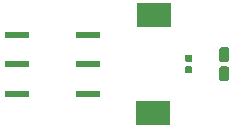
<source format=gtp>
G04 #@! TF.GenerationSoftware,KiCad,Pcbnew,5.1.5-52549c5~84~ubuntu18.04.1*
G04 #@! TF.CreationDate,2020-03-10T18:12:46+05:30*
G04 #@! TF.ProjectId,scale_hx711,7363616c-655f-4687-9837-31312e6b6963,rev?*
G04 #@! TF.SameCoordinates,Original*
G04 #@! TF.FileFunction,Paste,Top*
G04 #@! TF.FilePolarity,Positive*
%FSLAX46Y46*%
G04 Gerber Fmt 4.6, Leading zero omitted, Abs format (unit mm)*
G04 Created by KiCad (PCBNEW 5.1.5-52549c5~84~ubuntu18.04.1) date 2020-03-10 18:12:46*
%MOMM*%
%LPD*%
G04 APERTURE LIST*
%ADD10C,0.100000*%
%ADD11R,3.000000X2.000000*%
%ADD12R,2.000000X0.500000*%
G04 APERTURE END LIST*
D10*
G36*
X65186958Y-29220710D02*
G01*
X65201276Y-29222834D01*
X65215317Y-29226351D01*
X65228946Y-29231228D01*
X65242031Y-29237417D01*
X65254447Y-29244858D01*
X65266073Y-29253481D01*
X65276798Y-29263202D01*
X65286519Y-29273927D01*
X65295142Y-29285553D01*
X65302583Y-29297969D01*
X65308772Y-29311054D01*
X65313649Y-29324683D01*
X65317166Y-29338724D01*
X65319290Y-29353042D01*
X65320000Y-29367500D01*
X65320000Y-29662500D01*
X65319290Y-29676958D01*
X65317166Y-29691276D01*
X65313649Y-29705317D01*
X65308772Y-29718946D01*
X65302583Y-29732031D01*
X65295142Y-29744447D01*
X65286519Y-29756073D01*
X65276798Y-29766798D01*
X65266073Y-29776519D01*
X65254447Y-29785142D01*
X65242031Y-29792583D01*
X65228946Y-29798772D01*
X65215317Y-29803649D01*
X65201276Y-29807166D01*
X65186958Y-29809290D01*
X65172500Y-29810000D01*
X64827500Y-29810000D01*
X64813042Y-29809290D01*
X64798724Y-29807166D01*
X64784683Y-29803649D01*
X64771054Y-29798772D01*
X64757969Y-29792583D01*
X64745553Y-29785142D01*
X64733927Y-29776519D01*
X64723202Y-29766798D01*
X64713481Y-29756073D01*
X64704858Y-29744447D01*
X64697417Y-29732031D01*
X64691228Y-29718946D01*
X64686351Y-29705317D01*
X64682834Y-29691276D01*
X64680710Y-29676958D01*
X64680000Y-29662500D01*
X64680000Y-29367500D01*
X64680710Y-29353042D01*
X64682834Y-29338724D01*
X64686351Y-29324683D01*
X64691228Y-29311054D01*
X64697417Y-29297969D01*
X64704858Y-29285553D01*
X64713481Y-29273927D01*
X64723202Y-29263202D01*
X64733927Y-29253481D01*
X64745553Y-29244858D01*
X64757969Y-29237417D01*
X64771054Y-29231228D01*
X64784683Y-29226351D01*
X64798724Y-29222834D01*
X64813042Y-29220710D01*
X64827500Y-29220000D01*
X65172500Y-29220000D01*
X65186958Y-29220710D01*
G37*
G36*
X65186958Y-30190710D02*
G01*
X65201276Y-30192834D01*
X65215317Y-30196351D01*
X65228946Y-30201228D01*
X65242031Y-30207417D01*
X65254447Y-30214858D01*
X65266073Y-30223481D01*
X65276798Y-30233202D01*
X65286519Y-30243927D01*
X65295142Y-30255553D01*
X65302583Y-30267969D01*
X65308772Y-30281054D01*
X65313649Y-30294683D01*
X65317166Y-30308724D01*
X65319290Y-30323042D01*
X65320000Y-30337500D01*
X65320000Y-30632500D01*
X65319290Y-30646958D01*
X65317166Y-30661276D01*
X65313649Y-30675317D01*
X65308772Y-30688946D01*
X65302583Y-30702031D01*
X65295142Y-30714447D01*
X65286519Y-30726073D01*
X65276798Y-30736798D01*
X65266073Y-30746519D01*
X65254447Y-30755142D01*
X65242031Y-30762583D01*
X65228946Y-30768772D01*
X65215317Y-30773649D01*
X65201276Y-30777166D01*
X65186958Y-30779290D01*
X65172500Y-30780000D01*
X64827500Y-30780000D01*
X64813042Y-30779290D01*
X64798724Y-30777166D01*
X64784683Y-30773649D01*
X64771054Y-30768772D01*
X64757969Y-30762583D01*
X64745553Y-30755142D01*
X64733927Y-30746519D01*
X64723202Y-30736798D01*
X64713481Y-30726073D01*
X64704858Y-30714447D01*
X64697417Y-30702031D01*
X64691228Y-30688946D01*
X64686351Y-30675317D01*
X64682834Y-30661276D01*
X64680710Y-30646958D01*
X64680000Y-30632500D01*
X64680000Y-30337500D01*
X64680710Y-30323042D01*
X64682834Y-30308724D01*
X64686351Y-30294683D01*
X64691228Y-30281054D01*
X64697417Y-30267969D01*
X64704858Y-30255553D01*
X64713481Y-30243927D01*
X64723202Y-30233202D01*
X64733927Y-30223481D01*
X64745553Y-30214858D01*
X64757969Y-30207417D01*
X64771054Y-30201228D01*
X64784683Y-30196351D01*
X64798724Y-30192834D01*
X64813042Y-30190710D01*
X64827500Y-30190000D01*
X65172500Y-30190000D01*
X65186958Y-30190710D01*
G37*
G36*
X68233329Y-28576023D02*
G01*
X68253957Y-28579083D01*
X68274185Y-28584150D01*
X68293820Y-28591176D01*
X68312672Y-28600092D01*
X68330559Y-28610813D01*
X68347309Y-28623235D01*
X68362760Y-28637240D01*
X68376765Y-28652691D01*
X68389187Y-28669441D01*
X68399908Y-28687328D01*
X68408824Y-28706180D01*
X68415850Y-28725815D01*
X68420917Y-28746043D01*
X68423977Y-28766671D01*
X68425000Y-28787500D01*
X68425000Y-29587500D01*
X68423977Y-29608329D01*
X68420917Y-29628957D01*
X68415850Y-29649185D01*
X68408824Y-29668820D01*
X68399908Y-29687672D01*
X68389187Y-29705559D01*
X68376765Y-29722309D01*
X68362760Y-29737760D01*
X68347309Y-29751765D01*
X68330559Y-29764187D01*
X68312672Y-29774908D01*
X68293820Y-29783824D01*
X68274185Y-29790850D01*
X68253957Y-29795917D01*
X68233329Y-29798977D01*
X68212500Y-29800000D01*
X67787500Y-29800000D01*
X67766671Y-29798977D01*
X67746043Y-29795917D01*
X67725815Y-29790850D01*
X67706180Y-29783824D01*
X67687328Y-29774908D01*
X67669441Y-29764187D01*
X67652691Y-29751765D01*
X67637240Y-29737760D01*
X67623235Y-29722309D01*
X67610813Y-29705559D01*
X67600092Y-29687672D01*
X67591176Y-29668820D01*
X67584150Y-29649185D01*
X67579083Y-29628957D01*
X67576023Y-29608329D01*
X67575000Y-29587500D01*
X67575000Y-28787500D01*
X67576023Y-28766671D01*
X67579083Y-28746043D01*
X67584150Y-28725815D01*
X67591176Y-28706180D01*
X67600092Y-28687328D01*
X67610813Y-28669441D01*
X67623235Y-28652691D01*
X67637240Y-28637240D01*
X67652691Y-28623235D01*
X67669441Y-28610813D01*
X67687328Y-28600092D01*
X67706180Y-28591176D01*
X67725815Y-28584150D01*
X67746043Y-28579083D01*
X67766671Y-28576023D01*
X67787500Y-28575000D01*
X68212500Y-28575000D01*
X68233329Y-28576023D01*
G37*
G36*
X68233329Y-30201023D02*
G01*
X68253957Y-30204083D01*
X68274185Y-30209150D01*
X68293820Y-30216176D01*
X68312672Y-30225092D01*
X68330559Y-30235813D01*
X68347309Y-30248235D01*
X68362760Y-30262240D01*
X68376765Y-30277691D01*
X68389187Y-30294441D01*
X68399908Y-30312328D01*
X68408824Y-30331180D01*
X68415850Y-30350815D01*
X68420917Y-30371043D01*
X68423977Y-30391671D01*
X68425000Y-30412500D01*
X68425000Y-31212500D01*
X68423977Y-31233329D01*
X68420917Y-31253957D01*
X68415850Y-31274185D01*
X68408824Y-31293820D01*
X68399908Y-31312672D01*
X68389187Y-31330559D01*
X68376765Y-31347309D01*
X68362760Y-31362760D01*
X68347309Y-31376765D01*
X68330559Y-31389187D01*
X68312672Y-31399908D01*
X68293820Y-31408824D01*
X68274185Y-31415850D01*
X68253957Y-31420917D01*
X68233329Y-31423977D01*
X68212500Y-31425000D01*
X67787500Y-31425000D01*
X67766671Y-31423977D01*
X67746043Y-31420917D01*
X67725815Y-31415850D01*
X67706180Y-31408824D01*
X67687328Y-31399908D01*
X67669441Y-31389187D01*
X67652691Y-31376765D01*
X67637240Y-31362760D01*
X67623235Y-31347309D01*
X67610813Y-31330559D01*
X67600092Y-31312672D01*
X67591176Y-31293820D01*
X67584150Y-31274185D01*
X67579083Y-31253957D01*
X67576023Y-31233329D01*
X67575000Y-31212500D01*
X67575000Y-30412500D01*
X67576023Y-30391671D01*
X67579083Y-30371043D01*
X67584150Y-30350815D01*
X67591176Y-30331180D01*
X67600092Y-30312328D01*
X67610813Y-30294441D01*
X67623235Y-30277691D01*
X67637240Y-30262240D01*
X67652691Y-30248235D01*
X67669441Y-30235813D01*
X67687328Y-30225092D01*
X67706180Y-30216176D01*
X67725815Y-30209150D01*
X67746043Y-30204083D01*
X67766671Y-30201023D01*
X67787500Y-30200000D01*
X68212500Y-30200000D01*
X68233329Y-30201023D01*
G37*
D11*
X62000000Y-34150000D03*
X62050000Y-25850000D03*
D12*
X56500000Y-32500000D03*
X56500000Y-30000000D03*
X56500000Y-27500000D03*
X50500000Y-27500000D03*
X50500000Y-29950000D03*
X50500000Y-32500000D03*
M02*

</source>
